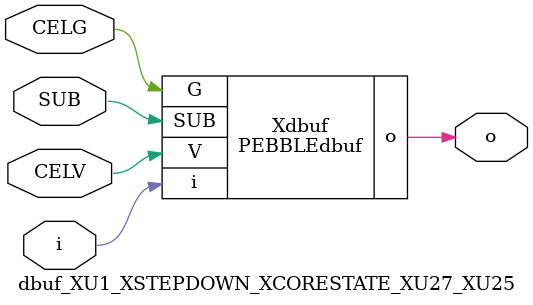
<source format=v>



module PEBBLEdbuf ( o, G, SUB, V, i );

  input V;
  input i;
  input G;
  output o;
  input SUB;
endmodule

//Celera Confidential Do Not Copy dbuf_XU1_XSTEPDOWN_XCORESTATE_XU27_XU25
//Celera Confidential Symbol Generator
//Digital Buffer
module dbuf_XU1_XSTEPDOWN_XCORESTATE_XU27_XU25 (CELV,CELG,i,o,SUB);
input CELV;
input CELG;
input i;
input SUB;
output o;

//Celera Confidential Do Not Copy dbuf
PEBBLEdbuf Xdbuf(
.V (CELV),
.i (i),
.o (o),
.SUB (SUB),
.G (CELG)
);
//,diesize,PEBBLEdbuf

//Celera Confidential Do Not Copy Module End
//Celera Schematic Generator
endmodule

</source>
